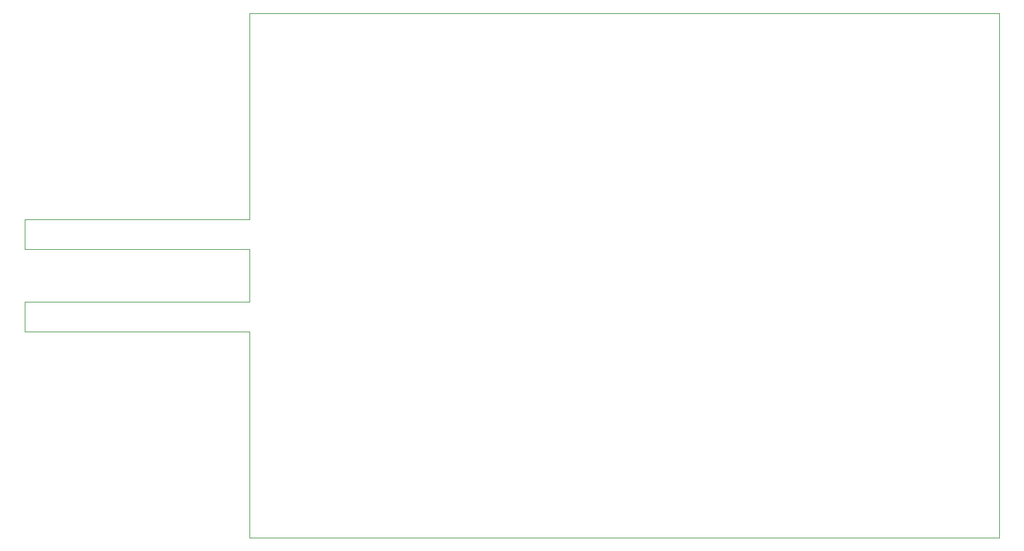
<source format=gbr>
%TF.GenerationSoftware,KiCad,Pcbnew,(6.0.7)*%
%TF.CreationDate,2023-10-27T20:14:29+01:00*%
%TF.ProjectId,slide_tester,736c6964-655f-4746-9573-7465722e6b69,rev?*%
%TF.SameCoordinates,Original*%
%TF.FileFunction,Profile,NP*%
%FSLAX46Y46*%
G04 Gerber Fmt 4.6, Leading zero omitted, Abs format (unit mm)*
G04 Created by KiCad (PCBNEW (6.0.7)) date 2023-10-27 20:14:29*
%MOMM*%
%LPD*%
G01*
G04 APERTURE LIST*
%TA.AperFunction,Profile*%
%ADD10C,0.100000*%
%TD*%
G04 APERTURE END LIST*
D10*
X200000000Y-120000000D02*
X100000000Y-120000000D01*
X100000000Y-92500000D01*
X70000000Y-92500000D01*
X70000000Y-88500000D01*
X100000000Y-88500000D01*
X100000000Y-81500000D01*
X70000000Y-81500000D01*
X70000000Y-77500000D01*
X100000000Y-77500000D01*
X100000000Y-50000000D01*
X200000000Y-50000000D01*
X200000000Y-120000000D01*
M02*

</source>
